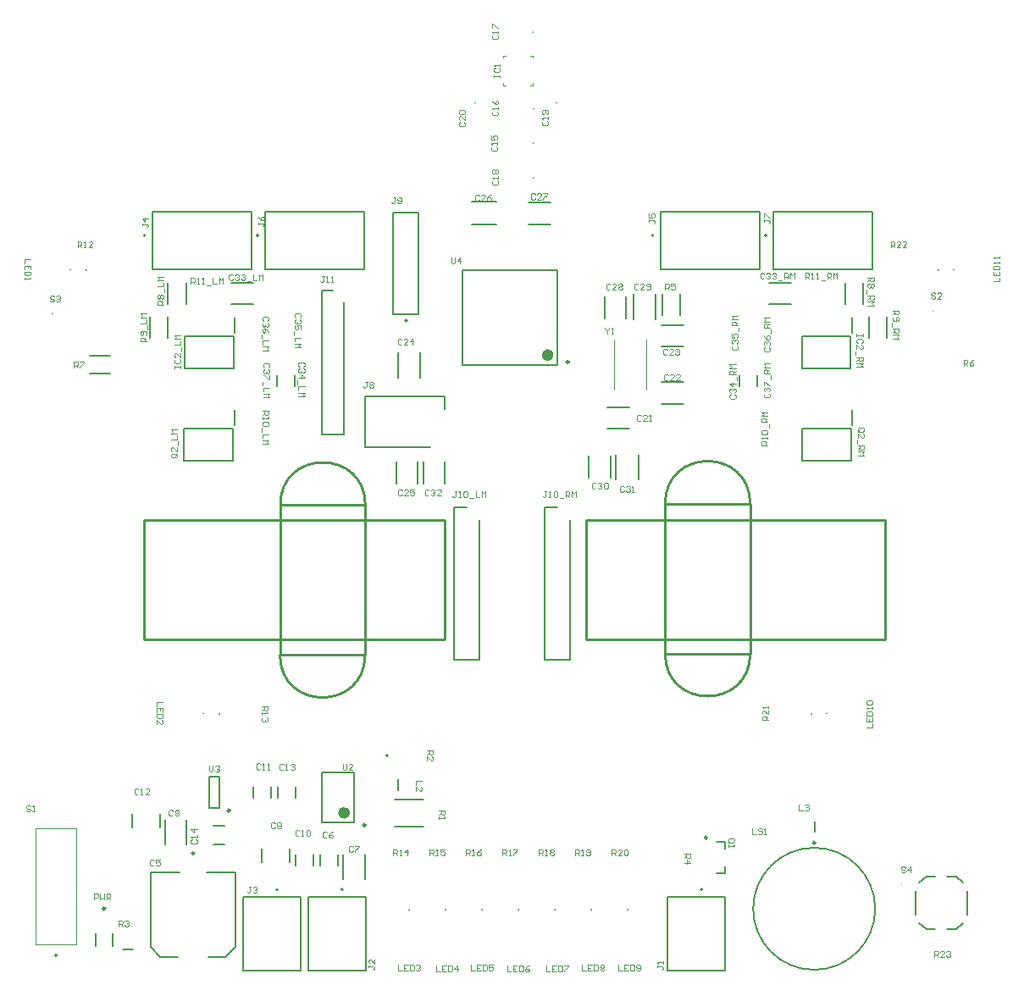
<source format=gto>
G04*
G04 #@! TF.GenerationSoftware,Altium Limited,Altium Designer,22.1.2 (22)*
G04*
G04 Layer_Color=65535*
%FSLAX44Y44*%
%MOMM*%
G71*
G04*
G04 #@! TF.SameCoordinates,E4277ABF-2EF0-4229-B20A-5B57AAE43606*
G04*
G04*
G04 #@! TF.FilePolarity,Positive*
G04*
G01*
G75*
%ADD10C,0.2500*%
%ADD11C,0.6000*%
%ADD12C,0.2000*%
%ADD13C,0.1000*%
%ADD14C,0.1500*%
%ADD15C,0.2540*%
%ADD16C,0.1270*%
D10*
X53750Y-482500D02*
G03*
X53750Y-482500I-1250J0D01*
G01*
X192250Y-958000D02*
G03*
X192250Y-958000I-1250J0D01*
G01*
X-285000Y-930750D02*
G03*
X-285000Y-930750I-1250J0D01*
G01*
X-149500Y-945300D02*
G03*
X-149500Y-945300I-1250J0D01*
G01*
X-320750Y-973400D02*
G03*
X-320750Y-973400I-1250J0D01*
G01*
X300250Y-963000D02*
G03*
X300250Y-963000I-1250J0D01*
G01*
X-409750Y-1028750D02*
G03*
X-409750Y-1028750I-1250J0D01*
G01*
D11*
X35500Y-475500D02*
G03*
X35500Y-475500I-3000J0D01*
G01*
X-168000Y-933000D02*
G03*
X-168000Y-933000I-3000J0D01*
G01*
D12*
X296478Y-834250D02*
G03*
X296478Y-834250I-500J0D01*
G01*
X251523Y-356000D02*
G03*
X251523Y-356000I-1000J0D01*
G01*
X138500D02*
G03*
X138500Y-356000I-1000J0D01*
G01*
X-256478D02*
G03*
X-256478Y-356000I-1000J0D01*
G01*
X-369500D02*
G03*
X-369500Y-356000I-1000J0D01*
G01*
X-40045Y-223272D02*
G03*
X-40045Y-223272I-500J0D01*
G01*
X41500D02*
G03*
X41500Y-223272I-500J0D01*
G01*
X18227Y-152727D02*
G03*
X18227Y-152727I-500J0D01*
G01*
Y-298272D02*
G03*
X18227Y-298272I-500J0D01*
G01*
Y-263545D02*
G03*
X18227Y-263545I-500J0D01*
G01*
Y-229272D02*
G03*
X18227Y-229272I-500J0D01*
G01*
X-295478Y-834250D02*
G03*
X-295478Y-834250I-500J0D01*
G01*
X-128250Y-875000D02*
G03*
X-128250Y-877000I0J-1000D01*
G01*
D02*
G03*
X-128250Y-875000I0J1000D01*
G01*
X-172000Y-1009750D02*
G03*
X-172000Y-1009750I-1000J0D01*
G01*
X187250D02*
G03*
X187250Y-1009750I-1000J0D01*
G01*
X-236977D02*
G03*
X-236977Y-1009750I-1000J0D01*
G01*
X-459000Y-1076500D02*
G03*
X-459000Y-1074500I0J1000D01*
G01*
D02*
G03*
X-459000Y-1076500I0J-1000D01*
G01*
X-108000Y-441000D02*
G03*
X-108000Y-441000I-1000J0D01*
G01*
X423478Y-390250D02*
G03*
X423478Y-390250I-500J0D01*
G01*
X112700Y-1029977D02*
G03*
X112700Y-1029977I-500J0D01*
G01*
X76300D02*
G03*
X76300Y-1029977I-500J0D01*
G01*
X39900D02*
G03*
X39900Y-1029977I-500J0D01*
G01*
X3500D02*
G03*
X3500Y-1029977I-500J0D01*
G01*
X-32900D02*
G03*
X-32900Y-1029977I-500J0D01*
G01*
X-69300D02*
G03*
X-69300Y-1029977I-500J0D01*
G01*
X-105700D02*
G03*
X-105700Y-1029977I-500J0D01*
G01*
X-428478Y-390250D02*
G03*
X-428478Y-390250I-500J0D01*
G01*
X42500Y-485500D02*
Y-390500D01*
X-52500Y-485500D02*
Y-390500D01*
Y-485500D02*
X42500D01*
X-52500Y-390500D02*
X42500D01*
X-43531Y-322250D02*
X-18469D01*
X-43531Y-344750D02*
X-18469D01*
X13500D02*
X35500D01*
X13500Y-323250D02*
X35500D01*
X201500Y-962500D02*
X209500D01*
Y-969000D02*
Y-962500D01*
X201500Y-993500D02*
X209500D01*
Y-987000D01*
X354000Y-458562D02*
Y-437500D01*
X372000Y-458562D02*
Y-437500D01*
X330000Y-424531D02*
Y-403469D01*
X348000Y-424531D02*
Y-403469D01*
X254000Y-403250D02*
X276000D01*
X254000Y-424750D02*
X276000D01*
X242000Y-506500D02*
Y-495500D01*
X224000Y-506500D02*
Y-495500D01*
X-280200Y-453500D02*
Y-438250D01*
X-330500Y-457000D02*
X-281500D01*
X-330500Y-489000D02*
Y-457000D01*
Y-489000D02*
X-281500D01*
Y-457000D01*
X-365000Y-458562D02*
Y-437500D01*
X-347000Y-458562D02*
Y-437500D01*
X-329000Y-424531D02*
Y-403469D01*
X-347000Y-424531D02*
Y-403469D01*
X-284000Y-424750D02*
X-262000D01*
X-284000Y-403250D02*
X-262000D01*
X-220250Y-506500D02*
Y-495500D01*
X-238250Y-506500D02*
Y-495500D01*
X-281750Y-581000D02*
Y-549000D01*
X-330750Y-581000D02*
X-281750D01*
X-330750D02*
Y-549000D01*
X-281750D01*
X-280450Y-545500D02*
Y-530500D01*
X336800Y-453500D02*
Y-438250D01*
X286500Y-457000D02*
X335500D01*
X286500Y-489000D02*
Y-457000D01*
Y-489000D02*
X335500D01*
Y-457000D01*
X335750Y-581000D02*
Y-549000D01*
X286750Y-581000D02*
X335750D01*
X286750D02*
Y-549000D01*
X335750D01*
X337050Y-545500D02*
Y-530500D01*
X-120479Y-919500D02*
X-91521D01*
X-120479Y-946500D02*
X-91521D01*
X-117291Y-910273D02*
Y-899773D01*
X-301500Y-964250D02*
X-290500D01*
X-301500Y-946250D02*
X-290500D01*
X-328250Y-964250D02*
Y-940129D01*
X-349750Y-964250D02*
Y-940129D01*
X-355000Y-948000D02*
Y-934000D01*
X-383000Y-948000D02*
Y-934000D01*
X-261977Y-918250D02*
Y-907250D01*
X-243977Y-918250D02*
Y-907250D01*
X-237000Y-918250D02*
Y-907250D01*
X-219000Y-918250D02*
Y-907250D01*
X-306000Y-928000D02*
Y-897000D01*
X-296000Y-928000D02*
Y-897000D01*
X-306000D02*
X-296000D01*
X-306000Y-928000D02*
X-296000D01*
X-225000Y-982811D02*
Y-968811D01*
X-253000Y-982811D02*
Y-968811D01*
X-150250Y-999061D02*
Y-974939D01*
X-171750Y-999061D02*
Y-974939D01*
X-219250Y-985561D02*
Y-974560D01*
X-201250Y-985561D02*
Y-974560D01*
X-195000Y-985561D02*
Y-974560D01*
X-177000Y-985561D02*
Y-974560D01*
X-193000Y-893000D02*
X-161000D01*
X-193000Y-943000D02*
X-161000D01*
X-193000D02*
Y-893000D01*
X-161000Y-943000D02*
Y-893000D01*
X-289500Y-1077400D02*
X-279500Y-1067400D01*
X-364500D02*
X-354500Y-1077400D01*
X-337000D01*
X-307000D02*
X-289500D01*
X-279500Y-1067400D02*
Y-992400D01*
X-364500Y-1067400D02*
Y-992400D01*
X-308250D02*
X-279500D01*
X-364500D02*
X-335750D01*
X400000Y-1035000D02*
Y-1011000D01*
X452000Y-1035000D02*
Y-1011000D01*
X404000Y-1003000D02*
X411000Y-997000D01*
X420000D01*
X432000D02*
X441000D01*
X448000Y-1003000D01*
X404000Y-1043000D02*
X411000Y-1049000D01*
X420000D01*
X441000D02*
X448000Y-1043000D01*
X432000Y-1049000D02*
X441000D01*
X92500Y-549045D02*
X114500D01*
X92500Y-527545D02*
X114500D01*
X147000Y-435562D02*
Y-414500D01*
X165000Y-435562D02*
Y-414500D01*
X140625Y-439562D02*
Y-414500D01*
X118125Y-439562D02*
Y-414500D01*
X89250Y-438500D02*
Y-416500D01*
X110750Y-438500D02*
Y-416500D01*
X-425531Y-493772D02*
X-404469D01*
X-425531Y-475773D02*
X-404469D01*
X146772Y-524272D02*
X168773D01*
X146772Y-502773D02*
X168773D01*
X146772Y-466772D02*
X168773D01*
X146772Y-445273D02*
X168773D01*
X-118750Y-604000D02*
Y-582000D01*
X-97250Y-604000D02*
Y-582000D01*
X123250Y-600000D02*
Y-574938D01*
X100750Y-600000D02*
Y-574938D01*
X-91917Y-604000D02*
Y-582000D01*
X-70417Y-604000D02*
Y-582000D01*
X73917Y-598000D02*
Y-576000D01*
X95416Y-598000D02*
Y-576000D01*
X54700Y-779900D02*
Y-640200D01*
X29300Y-779900D02*
X54700D01*
X29300D02*
Y-627500D01*
X42000D01*
X-35300Y-779900D02*
Y-640200D01*
X-60700Y-779900D02*
X-35300D01*
X-60700D02*
Y-627500D01*
X-48000D01*
X300000Y-952250D02*
Y-941750D01*
X-193000Y-411250D02*
X-182000D01*
X-193000Y-554750D02*
Y-411250D01*
Y-554750D02*
X-171000D01*
Y-423000D01*
X-392380Y-1069750D02*
X-381620D01*
X-419500Y-1066250D02*
Y-1053750D01*
X-402500Y-1066250D02*
Y-1053750D01*
X-94750Y-498172D02*
Y-473110D01*
X-117250Y-498172D02*
Y-473110D01*
X-70150Y-529600D02*
Y-516900D01*
X-149850D02*
X-70150D01*
X-149850Y-567700D02*
Y-516900D01*
Y-567700D02*
X-84600D01*
X-121700Y-434500D02*
X-96300D01*
X-121700Y-332900D02*
X-96300D01*
X-121700Y-434500D02*
Y-332900D01*
X-96300Y-434500D02*
Y-332900D01*
D13*
X311000Y-834000D02*
G03*
X312000Y-834000I500J0D01*
G01*
D02*
G03*
X311000Y-834000I-500J0D01*
G01*
X386000Y-1004500D02*
G03*
X387000Y-1004500I500J0D01*
G01*
D02*
G03*
X386000Y-1004500I-500J0D01*
G01*
X-463089Y-434000D02*
G03*
X-462089Y-434000I500J0D01*
G01*
D02*
G03*
X-463089Y-434000I-500J0D01*
G01*
X417380Y-432000D02*
G03*
X418380Y-432000I500J0D01*
G01*
D02*
G03*
X417380Y-432000I-500J0D01*
G01*
X439000Y-390000D02*
G03*
X438000Y-390000I-500J0D01*
G01*
D02*
G03*
X439000Y-390000I500J0D01*
G01*
X112622Y-1046000D02*
G03*
X112622Y-1045000I0J500D01*
G01*
D02*
G03*
X112622Y-1046000I0J-500D01*
G01*
X76169D02*
G03*
X76169Y-1045000I0J500D01*
G01*
D02*
G03*
X76169Y-1046000I0J-500D01*
G01*
X39716D02*
G03*
X39716Y-1045000I0J500D01*
G01*
D02*
G03*
X39716Y-1046000I0J-500D01*
G01*
X3264D02*
G03*
X3264Y-1045000I0J500D01*
G01*
D02*
G03*
X3264Y-1046000I0J-500D01*
G01*
X-33189D02*
G03*
X-33189Y-1045000I0J500D01*
G01*
D02*
G03*
X-33189Y-1046000I0J-500D01*
G01*
X-69642D02*
G03*
X-69642Y-1045000I0J500D01*
G01*
D02*
G03*
X-69642Y-1046000I0J-500D01*
G01*
X-106095D02*
G03*
X-106095Y-1045000I0J500D01*
G01*
D02*
G03*
X-106095Y-1046000I0J-500D01*
G01*
X-312000Y-834000D02*
G03*
X-311000Y-834000I500J0D01*
G01*
D02*
G03*
X-312000Y-834000I-500J0D01*
G01*
X-445000Y-390000D02*
G03*
X-444000Y-390000I500J0D01*
G01*
D02*
G03*
X-445000Y-390000I-500J0D01*
G01*
X-12000Y-178500D02*
Y-176000D01*
X-9500D01*
X-12000Y-206000D02*
Y-203500D01*
Y-206000D02*
X-9500D01*
X15500D02*
X18000D01*
Y-203500D01*
X15500Y-176000D02*
X18000D01*
Y-178500D02*
Y-176000D01*
X99000Y-509772D02*
Y-459772D01*
X131000Y-509772D02*
Y-459772D01*
X-479000Y-1064500D02*
Y-948500D01*
X-439000D01*
Y-1064500D02*
Y-948500D01*
X-479000Y-1064500D02*
X-439000D01*
X90001Y-448001D02*
Y-449001D01*
X92001Y-451000D01*
X94000Y-449001D01*
Y-448001D01*
X92001Y-451000D02*
Y-453999D01*
X95999D02*
X97999D01*
X96999D01*
Y-448001D01*
X95999Y-449001D01*
X-63998Y-378001D02*
Y-382999D01*
X-62999Y-383999D01*
X-60999D01*
X-60000Y-382999D01*
Y-378001D01*
X-55001Y-383999D02*
Y-378001D01*
X-58000Y-381000D01*
X-54002D01*
X-305998Y-886001D02*
Y-890999D01*
X-304999Y-891999D01*
X-302999D01*
X-302000Y-890999D01*
Y-886001D01*
X-300000Y-887001D02*
X-299001Y-886001D01*
X-297001D01*
X-296002Y-887001D01*
Y-888000D01*
X-297001Y-889000D01*
X-298001D01*
X-297001D01*
X-296002Y-890000D01*
Y-890999D01*
X-297001Y-891999D01*
X-299001D01*
X-300000Y-890999D01*
X-172248Y-884073D02*
Y-889072D01*
X-171249Y-890072D01*
X-169249D01*
X-168250Y-889072D01*
Y-884073D01*
X-162252Y-890072D02*
X-166250D01*
X-162252Y-886073D01*
Y-885073D01*
X-163251Y-884073D01*
X-165251D01*
X-166250Y-885073D01*
X390000Y-988001D02*
X389001Y-987001D01*
X387001D01*
X386002Y-988001D01*
Y-989000D01*
X387001Y-990000D01*
X389001D01*
X390000Y-991000D01*
Y-991999D01*
X389001Y-992999D01*
X387001D01*
X386002Y-991999D01*
X394999Y-992999D02*
Y-987001D01*
X392000Y-990000D01*
X395998D01*
X-461000Y-417001D02*
X-461999Y-416001D01*
X-463999D01*
X-464998Y-417001D01*
Y-418000D01*
X-463999Y-419000D01*
X-461999D01*
X-461000Y-420000D01*
Y-420999D01*
X-461999Y-421999D01*
X-463999D01*
X-464998Y-420999D01*
X-459000Y-417001D02*
X-458001Y-416001D01*
X-456001D01*
X-455002Y-417001D01*
Y-418000D01*
X-456001Y-419000D01*
X-457001D01*
X-456001D01*
X-455002Y-420000D01*
Y-420999D01*
X-456001Y-421999D01*
X-458001D01*
X-459000Y-420999D01*
X420000Y-414001D02*
X419001Y-413001D01*
X417001D01*
X416002Y-414001D01*
Y-415000D01*
X417001Y-416000D01*
X419001D01*
X420000Y-417000D01*
Y-417999D01*
X419001Y-418999D01*
X417001D01*
X416002Y-417999D01*
X425998Y-418999D02*
X422000D01*
X425998Y-415000D01*
Y-414001D01*
X424999Y-413001D01*
X422999D01*
X422000Y-414001D01*
X-484407Y-926904D02*
X-485407Y-925904D01*
X-487406D01*
X-488406Y-926904D01*
Y-927903D01*
X-487406Y-928903D01*
X-485407D01*
X-484407Y-929903D01*
Y-930902D01*
X-485407Y-931902D01*
X-487406D01*
X-488406Y-930902D01*
X-482408Y-931902D02*
X-480409D01*
X-481408D01*
Y-925904D01*
X-482408Y-926904D01*
X419003Y-1076999D02*
Y-1071001D01*
X422002D01*
X423001Y-1072001D01*
Y-1074000D01*
X422002Y-1075000D01*
X419003D01*
X421002D02*
X423001Y-1076999D01*
X428999D02*
X425001D01*
X428999Y-1073000D01*
Y-1072001D01*
X428000Y-1071001D01*
X426000D01*
X425001Y-1072001D01*
X430999D02*
X431998Y-1071001D01*
X433998D01*
X434997Y-1072001D01*
Y-1073000D01*
X433998Y-1074000D01*
X432998D01*
X433998D01*
X434997Y-1075000D01*
Y-1075999D01*
X433998Y-1076999D01*
X431998D01*
X430999Y-1075999D01*
X375448Y-367676D02*
Y-361678D01*
X378447D01*
X379447Y-362677D01*
Y-364677D01*
X378447Y-365676D01*
X375448D01*
X377447D02*
X379447Y-367676D01*
X385445D02*
X381446D01*
X385445Y-363677D01*
Y-362677D01*
X384445Y-361678D01*
X382446D01*
X381446Y-362677D01*
X391443Y-367676D02*
X387444D01*
X391443Y-363677D01*
Y-362677D01*
X390443Y-361678D01*
X388444D01*
X387444Y-362677D01*
X252999Y-840498D02*
X247001D01*
Y-837499D01*
X248001Y-836499D01*
X250000D01*
X251000Y-837499D01*
Y-840498D01*
Y-838498D02*
X252999Y-836499D01*
Y-830501D02*
Y-834500D01*
X249000Y-830501D01*
X248001D01*
X247001Y-831501D01*
Y-833500D01*
X248001Y-834500D01*
X252999Y-828502D02*
Y-826502D01*
Y-827502D01*
X247001D01*
X248001Y-828502D01*
X96810Y-975360D02*
Y-969362D01*
X99809D01*
X100809Y-970362D01*
Y-972361D01*
X99809Y-973361D01*
X96810D01*
X98809D02*
X100809Y-975360D01*
X106807D02*
X102808D01*
X106807Y-971361D01*
Y-970362D01*
X105807Y-969362D01*
X103808D01*
X102808Y-970362D01*
X108806D02*
X109806Y-969362D01*
X111805D01*
X112805Y-970362D01*
Y-974360D01*
X111805Y-975360D01*
X109806D01*
X108806Y-974360D01*
Y-970362D01*
X60234Y-975360D02*
Y-969362D01*
X63233D01*
X64233Y-970362D01*
Y-972361D01*
X63233Y-973361D01*
X60234D01*
X62233D02*
X64233Y-975360D01*
X66232D02*
X68231D01*
X67232D01*
Y-969362D01*
X66232Y-970362D01*
X71230Y-974360D02*
X72230Y-975360D01*
X74229D01*
X75229Y-974360D01*
Y-970362D01*
X74229Y-969362D01*
X72230D01*
X71230Y-970362D01*
Y-971361D01*
X72230Y-972361D01*
X75229D01*
X23912Y-975360D02*
Y-969362D01*
X26911D01*
X27911Y-970362D01*
Y-972361D01*
X26911Y-973361D01*
X23912D01*
X25911D02*
X27911Y-975360D01*
X29910D02*
X31909D01*
X30910D01*
Y-969362D01*
X29910Y-970362D01*
X34908D02*
X35908Y-969362D01*
X37907D01*
X38907Y-970362D01*
Y-971361D01*
X37907Y-972361D01*
X38907Y-973361D01*
Y-974360D01*
X37907Y-975360D01*
X35908D01*
X34908Y-974360D01*
Y-973361D01*
X35908Y-972361D01*
X34908Y-971361D01*
Y-970362D01*
X35908Y-972361D02*
X37907D01*
X-12410Y-975360D02*
Y-969362D01*
X-9411D01*
X-8411Y-970362D01*
Y-972361D01*
X-9411Y-973361D01*
X-12410D01*
X-10411D02*
X-8411Y-975360D01*
X-6412D02*
X-4413D01*
X-5412D01*
Y-969362D01*
X-6412Y-970362D01*
X-1414Y-969362D02*
X2585D01*
Y-970362D01*
X-1414Y-974360D01*
Y-975360D01*
X-48986D02*
Y-969362D01*
X-45987D01*
X-44987Y-970362D01*
Y-972361D01*
X-45987Y-973361D01*
X-48986D01*
X-46987D02*
X-44987Y-975360D01*
X-42988D02*
X-40989D01*
X-41988D01*
Y-969362D01*
X-42988Y-970362D01*
X-33991Y-969362D02*
X-35990Y-970362D01*
X-37990Y-972361D01*
Y-974360D01*
X-36990Y-975360D01*
X-34991D01*
X-33991Y-974360D01*
Y-973361D01*
X-34991Y-972361D01*
X-37990D01*
X-85308Y-975360D02*
Y-969362D01*
X-82309D01*
X-81309Y-970362D01*
Y-972361D01*
X-82309Y-973361D01*
X-85308D01*
X-83309D02*
X-81309Y-975360D01*
X-79310D02*
X-77311D01*
X-78310D01*
Y-969362D01*
X-79310Y-970362D01*
X-70313Y-969362D02*
X-74312D01*
Y-972361D01*
X-72312Y-971361D01*
X-71313D01*
X-70313Y-972361D01*
Y-974360D01*
X-71313Y-975360D01*
X-73312D01*
X-74312Y-974360D01*
X-121630Y-975360D02*
Y-969362D01*
X-118631D01*
X-117631Y-970362D01*
Y-972361D01*
X-118631Y-973361D01*
X-121630D01*
X-119631D02*
X-117631Y-975360D01*
X-115632D02*
X-113633D01*
X-114632D01*
Y-969362D01*
X-115632Y-970362D01*
X-107635Y-975360D02*
Y-969362D01*
X-110634Y-972361D01*
X-106635D01*
X-252999Y-826805D02*
X-247001D01*
Y-829804D01*
X-248001Y-830804D01*
X-250000D01*
X-251000Y-829804D01*
Y-826805D01*
Y-828804D02*
X-252999Y-830804D01*
Y-832803D02*
Y-834803D01*
Y-833803D01*
X-247001D01*
X-248001Y-832803D01*
Y-837802D02*
X-247001Y-838801D01*
Y-840801D01*
X-248001Y-841800D01*
X-249000D01*
X-250000Y-840801D01*
Y-839801D01*
Y-840801D01*
X-251000Y-841800D01*
X-251999D01*
X-252999Y-840801D01*
Y-838801D01*
X-251999Y-837802D01*
X-437352Y-367788D02*
Y-361790D01*
X-434353D01*
X-433353Y-362790D01*
Y-364789D01*
X-434353Y-365789D01*
X-437352D01*
X-435353D02*
X-433353Y-367788D01*
X-431354D02*
X-429355D01*
X-430354D01*
Y-361790D01*
X-431354Y-362790D01*
X-422357Y-367788D02*
X-426356D01*
X-422357Y-363789D01*
Y-362790D01*
X-423357Y-361790D01*
X-425356D01*
X-426356Y-362790D01*
X290005Y-399499D02*
Y-393501D01*
X293004D01*
X294004Y-394501D01*
Y-396500D01*
X293004Y-397500D01*
X290005D01*
X292005D02*
X294004Y-399499D01*
X296003D02*
X298003D01*
X297003D01*
Y-393501D01*
X296003Y-394501D01*
X301002Y-399499D02*
X303001D01*
X302001D01*
Y-393501D01*
X301002Y-394501D01*
X306000Y-400499D02*
X309999D01*
X311998Y-399499D02*
Y-393501D01*
X314997D01*
X315997Y-394501D01*
Y-396500D01*
X314997Y-397500D01*
X311998D01*
X313997D02*
X315997Y-399499D01*
X317996D02*
Y-393501D01*
X319995Y-395500D01*
X321995Y-393501D01*
Y-399499D01*
X-323995Y-404499D02*
Y-398501D01*
X-320996D01*
X-319996Y-399501D01*
Y-401500D01*
X-320996Y-402500D01*
X-323995D01*
X-321995D02*
X-319996Y-404499D01*
X-317997D02*
X-315997D01*
X-316997D01*
Y-398501D01*
X-317997Y-399501D01*
X-312998Y-404499D02*
X-310999D01*
X-311999D01*
Y-398501D01*
X-312998Y-399501D01*
X-308000Y-405499D02*
X-304001D01*
X-302002Y-398501D02*
Y-404499D01*
X-298003D01*
X-296004D02*
Y-398501D01*
X-294004Y-400500D01*
X-292005Y-398501D01*
Y-404499D01*
X252499Y-565495D02*
X246501D01*
Y-562496D01*
X247501Y-561496D01*
X249500D01*
X250500Y-562496D01*
Y-565495D01*
Y-563495D02*
X252499Y-561496D01*
Y-559497D02*
Y-557497D01*
Y-558497D01*
X246501D01*
X247501Y-559497D01*
Y-554498D02*
X246501Y-553498D01*
Y-551499D01*
X247501Y-550499D01*
X251500D01*
X252499Y-551499D01*
Y-553498D01*
X251500Y-554498D01*
X247501D01*
X253499Y-548500D02*
Y-544501D01*
X252499Y-542502D02*
X246501D01*
Y-539503D01*
X247501Y-538503D01*
X249500D01*
X250500Y-539503D01*
Y-542502D01*
Y-540503D02*
X252499Y-538503D01*
Y-536504D02*
X246501D01*
X248500Y-534505D01*
X246501Y-532505D01*
X252499D01*
X-252499Y-531505D02*
X-246501D01*
Y-534504D01*
X-247501Y-535504D01*
X-249500D01*
X-250500Y-534504D01*
Y-531505D01*
Y-533505D02*
X-252499Y-535504D01*
Y-537503D02*
Y-539503D01*
Y-538503D01*
X-246501D01*
X-247501Y-537503D01*
Y-542502D02*
X-246501Y-543502D01*
Y-545501D01*
X-247501Y-546501D01*
X-251500D01*
X-252499Y-545501D01*
Y-543502D01*
X-251500Y-542502D01*
X-247501D01*
X-253499Y-548500D02*
Y-552499D01*
X-246501Y-554498D02*
X-252499D01*
Y-558497D01*
Y-560496D02*
X-246501D01*
X-248500Y-562495D01*
X-246501Y-564495D01*
X-252499D01*
X377501Y-431036D02*
X383499D01*
Y-434035D01*
X382499Y-435034D01*
X380500D01*
X379500Y-434035D01*
Y-431036D01*
Y-433035D02*
X377501Y-435034D01*
X378501Y-437034D02*
X377501Y-438033D01*
Y-440033D01*
X378501Y-441032D01*
X382499D01*
X383499Y-440033D01*
Y-438033D01*
X382499Y-437034D01*
X381499D01*
X380500Y-438033D01*
Y-441032D01*
X376501Y-443032D02*
Y-447030D01*
X377501Y-449030D02*
X383499D01*
Y-452029D01*
X382499Y-453028D01*
X380500D01*
X379500Y-452029D01*
Y-449030D01*
Y-451029D02*
X377501Y-453028D01*
Y-455028D02*
X383499D01*
X381499Y-457027D01*
X383499Y-459026D01*
X377501D01*
X-368501Y-461995D02*
X-374499D01*
Y-458996D01*
X-373499Y-457997D01*
X-371500D01*
X-370500Y-458996D01*
Y-461995D01*
Y-459996D02*
X-368501Y-457997D01*
X-369501Y-455997D02*
X-368501Y-454998D01*
Y-452998D01*
X-369501Y-451999D01*
X-373499D01*
X-374499Y-452998D01*
Y-454998D01*
X-373499Y-455997D01*
X-372500D01*
X-371500Y-454998D01*
Y-451999D01*
X-367501Y-449999D02*
Y-446001D01*
X-374499Y-444001D02*
X-368501D01*
Y-440003D01*
Y-438003D02*
X-374499D01*
X-372500Y-436004D01*
X-374499Y-434005D01*
X-368501D01*
X352501Y-398005D02*
X358499D01*
Y-401004D01*
X357499Y-402003D01*
X355500D01*
X354500Y-401004D01*
Y-398005D01*
Y-400004D02*
X352501Y-402003D01*
X357499Y-404003D02*
X358499Y-405002D01*
Y-407002D01*
X357499Y-408001D01*
X356499D01*
X355500Y-407002D01*
X354500Y-408001D01*
X353501D01*
X352501Y-407002D01*
Y-405002D01*
X353501Y-404003D01*
X354500D01*
X355500Y-405002D01*
X356499Y-404003D01*
X357499D01*
X355500Y-405002D02*
Y-407002D01*
X351501Y-410001D02*
Y-413999D01*
X352501Y-415999D02*
X358499D01*
Y-418998D01*
X357499Y-419997D01*
X355500D01*
X354500Y-418998D01*
Y-415999D01*
Y-417998D02*
X352501Y-419997D01*
Y-421997D02*
X358499D01*
X356499Y-423996D01*
X358499Y-425995D01*
X352501D01*
X-351501Y-424995D02*
X-357499D01*
Y-421996D01*
X-356499Y-420997D01*
X-354500D01*
X-353500Y-421996D01*
Y-424995D01*
Y-422996D02*
X-351501Y-420997D01*
X-356499Y-418997D02*
X-357499Y-417998D01*
Y-415998D01*
X-356499Y-414999D01*
X-355499D01*
X-354500Y-415998D01*
X-353500Y-414999D01*
X-352500D01*
X-351501Y-415998D01*
Y-417998D01*
X-352500Y-418997D01*
X-353500D01*
X-354500Y-417998D01*
X-355499Y-418997D01*
X-356499D01*
X-354500Y-417998D02*
Y-415998D01*
X-350501Y-412999D02*
Y-409001D01*
X-357499Y-407001D02*
X-351501D01*
Y-403003D01*
Y-401003D02*
X-357499D01*
X-355499Y-399004D01*
X-357499Y-397005D01*
X-351501D01*
X-440998Y-487999D02*
Y-482001D01*
X-437999D01*
X-437000Y-483001D01*
Y-485000D01*
X-437999Y-486000D01*
X-440998D01*
X-438999D02*
X-437000Y-487999D01*
X-435000Y-482001D02*
X-431002D01*
Y-483001D01*
X-435000Y-486999D01*
Y-487999D01*
X448252Y-485999D02*
Y-480001D01*
X451251D01*
X452250Y-481001D01*
Y-483000D01*
X451251Y-484000D01*
X448252D01*
X450251D02*
X452250Y-485999D01*
X458248Y-480001D02*
X456249Y-481001D01*
X454250Y-483000D01*
Y-484999D01*
X455249Y-485999D01*
X457249D01*
X458248Y-484999D01*
Y-484000D01*
X457249Y-483000D01*
X454250D01*
X150002Y-409999D02*
Y-404001D01*
X153001D01*
X154000Y-405001D01*
Y-407000D01*
X153001Y-408000D01*
X150002D01*
X152001D02*
X154000Y-409999D01*
X159998Y-404001D02*
X156000D01*
Y-407000D01*
X157999Y-406000D01*
X158999D01*
X159998Y-407000D01*
Y-408999D01*
X158999Y-409999D01*
X156999D01*
X156000Y-408999D01*
X169001Y-974002D02*
X174999D01*
Y-977001D01*
X173999Y-978000D01*
X172000D01*
X171000Y-977001D01*
Y-974002D01*
Y-976001D02*
X169001Y-978000D01*
Y-982999D02*
X174999D01*
X172000Y-980000D01*
Y-983998D01*
X-396204Y-1046480D02*
Y-1040482D01*
X-393205D01*
X-392205Y-1041482D01*
Y-1043481D01*
X-393205Y-1044481D01*
X-396204D01*
X-394205D02*
X-392205Y-1046480D01*
X-390206Y-1041482D02*
X-389206Y-1040482D01*
X-387207D01*
X-386207Y-1041482D01*
Y-1042481D01*
X-387207Y-1043481D01*
X-388207D01*
X-387207D01*
X-386207Y-1044481D01*
Y-1045480D01*
X-387207Y-1046480D01*
X-389206D01*
X-390206Y-1045480D01*
X-87999Y-871002D02*
X-82001D01*
Y-874001D01*
X-83001Y-875000D01*
X-85000D01*
X-86000Y-874001D01*
Y-871002D01*
Y-873001D02*
X-87999Y-875000D01*
Y-880998D02*
Y-877000D01*
X-84000Y-880998D01*
X-83001D01*
X-82001Y-879999D01*
Y-877999D01*
X-83001Y-877000D01*
X-75999Y-931001D02*
X-70001D01*
Y-934000D01*
X-71001Y-935000D01*
X-73000D01*
X-74000Y-934000D01*
Y-931001D01*
Y-933001D02*
X-75999Y-935000D01*
Y-936999D02*
Y-938999D01*
Y-937999D01*
X-70001D01*
X-71001Y-936999D01*
X343750Y-552003D02*
X347749D01*
X348749Y-551004D01*
Y-549004D01*
X347749Y-548005D01*
X343750D01*
X342751Y-549004D01*
Y-551004D01*
X344750Y-550004D02*
X342751Y-552003D01*
Y-551004D02*
X343750Y-552003D01*
X342751Y-558001D02*
Y-554003D01*
X346749Y-558001D01*
X347749D01*
X348749Y-557002D01*
Y-555002D01*
X347749Y-554003D01*
X341751Y-560001D02*
Y-563999D01*
X342751Y-565999D02*
X348749D01*
Y-568998D01*
X347749Y-569997D01*
X345750D01*
X344750Y-568998D01*
Y-565999D01*
Y-567998D02*
X342751Y-569997D01*
Y-571997D02*
X348749D01*
X346749Y-573996D01*
X348749Y-575995D01*
X342751D01*
X-338750Y-573997D02*
X-342749D01*
X-343749Y-574996D01*
Y-576996D01*
X-342749Y-577995D01*
X-338750D01*
X-337751Y-576996D01*
Y-574996D01*
X-339750Y-575996D02*
X-337751Y-573997D01*
Y-574996D02*
X-338750Y-573997D01*
X-337751Y-567999D02*
Y-571997D01*
X-341749Y-567999D01*
X-342749D01*
X-343749Y-568998D01*
Y-570998D01*
X-342749Y-571997D01*
X-336751Y-565999D02*
Y-562001D01*
X-343749Y-560001D02*
X-337751D01*
Y-556003D01*
Y-554003D02*
X-343749D01*
X-341749Y-552004D01*
X-343749Y-550005D01*
X-337751D01*
X214001Y-963000D02*
X217999D01*
X218999Y-962000D01*
Y-960001D01*
X217999Y-959001D01*
X214001D01*
X213001Y-960001D01*
Y-962000D01*
X215000Y-961001D02*
X213001Y-963000D01*
Y-962000D02*
X214001Y-963000D01*
X213001Y-964999D02*
Y-966999D01*
Y-965999D01*
X218999D01*
X217999Y-964999D01*
X-420588Y-1020064D02*
Y-1014066D01*
X-417589D01*
X-416589Y-1015066D01*
Y-1017065D01*
X-417589Y-1018065D01*
X-420588D01*
X-414590Y-1014066D02*
Y-1020064D01*
X-412591Y-1018065D01*
X-410591Y-1020064D01*
Y-1014066D01*
X-408592Y-1020064D02*
Y-1014066D01*
X-405593D01*
X-404593Y-1015066D01*
Y-1017065D01*
X-405593Y-1018065D01*
X-408592D01*
X-406592D02*
X-404593Y-1020064D01*
X237018Y-948534D02*
Y-954532D01*
X241017D01*
X247015Y-949534D02*
X246015Y-948534D01*
X244016D01*
X243016Y-949534D01*
Y-950533D01*
X244016Y-951533D01*
X246015D01*
X247015Y-952533D01*
Y-953532D01*
X246015Y-954532D01*
X244016D01*
X243016Y-953532D01*
X249014Y-954532D02*
X251014D01*
X250014D01*
Y-948534D01*
X249014Y-949534D01*
X478001Y-402023D02*
X483999D01*
Y-398024D01*
X478001Y-392026D02*
Y-396025D01*
X483999D01*
Y-392026D01*
X481000Y-396025D02*
Y-394026D01*
X478001Y-390027D02*
X483999D01*
Y-387028D01*
X482999Y-386028D01*
X479001D01*
X478001Y-387028D01*
Y-390027D01*
X483999Y-384029D02*
Y-382030D01*
Y-383029D01*
X478001D01*
X479001Y-384029D01*
X483999Y-379031D02*
Y-377031D01*
Y-378031D01*
X478001D01*
X479001Y-379031D01*
X351001Y-847570D02*
X356999D01*
Y-843571D01*
X351001Y-837573D02*
Y-841572D01*
X356999D01*
Y-837573D01*
X354000Y-841572D02*
Y-839573D01*
X351001Y-835574D02*
X356999D01*
Y-832575D01*
X355999Y-831575D01*
X352001D01*
X351001Y-832575D01*
Y-835574D01*
X356999Y-829576D02*
Y-827577D01*
Y-828576D01*
X351001D01*
X352001Y-829576D01*
Y-824578D02*
X351001Y-823578D01*
Y-821579D01*
X352001Y-820579D01*
X355999D01*
X356999Y-821579D01*
Y-823578D01*
X355999Y-824578D01*
X352001D01*
X103004Y-1085001D02*
Y-1090999D01*
X107002D01*
X113000Y-1085001D02*
X109002D01*
Y-1090999D01*
X113000D01*
X109002Y-1088000D02*
X111001D01*
X115000Y-1085001D02*
Y-1090999D01*
X117999D01*
X118998Y-1089999D01*
Y-1086001D01*
X117999Y-1085001D01*
X115000D01*
X120998Y-1089999D02*
X121997Y-1090999D01*
X123997D01*
X124996Y-1089999D01*
Y-1086001D01*
X123997Y-1085001D01*
X121997D01*
X120998Y-1086001D01*
Y-1087000D01*
X121997Y-1088000D01*
X124996D01*
X67004Y-1085001D02*
Y-1090999D01*
X71002D01*
X77000Y-1085001D02*
X73002D01*
Y-1090999D01*
X77000D01*
X73002Y-1088000D02*
X75001D01*
X79000Y-1085001D02*
Y-1090999D01*
X81999D01*
X82998Y-1089999D01*
Y-1086001D01*
X81999Y-1085001D01*
X79000D01*
X84998Y-1086001D02*
X85997Y-1085001D01*
X87997D01*
X88996Y-1086001D01*
Y-1087000D01*
X87997Y-1088000D01*
X88996Y-1089000D01*
Y-1089999D01*
X87997Y-1090999D01*
X85997D01*
X84998Y-1089999D01*
Y-1089000D01*
X85997Y-1088000D01*
X84998Y-1087000D01*
Y-1086001D01*
X85997Y-1088000D02*
X87997D01*
X31004Y-1086001D02*
Y-1091999D01*
X35002D01*
X41000Y-1086001D02*
X37002D01*
Y-1091999D01*
X41000D01*
X37002Y-1089000D02*
X39001D01*
X43000Y-1086001D02*
Y-1091999D01*
X45999D01*
X46998Y-1090999D01*
Y-1087001D01*
X45999Y-1086001D01*
X43000D01*
X48998D02*
X52996D01*
Y-1087001D01*
X48998Y-1090999D01*
Y-1091999D01*
X-7996Y-1086001D02*
Y-1091999D01*
X-3998D01*
X2000Y-1086001D02*
X-1998D01*
Y-1091999D01*
X2000D01*
X-1998Y-1089000D02*
X1D01*
X4000Y-1086001D02*
Y-1091999D01*
X6999D01*
X7998Y-1090999D01*
Y-1087001D01*
X6999Y-1086001D01*
X4000D01*
X13996D02*
X11997Y-1087001D01*
X9998Y-1089000D01*
Y-1090999D01*
X10997Y-1091999D01*
X12997D01*
X13996Y-1090999D01*
Y-1090000D01*
X12997Y-1089000D01*
X9998D01*
X-43996Y-1085001D02*
Y-1090999D01*
X-39998D01*
X-34000Y-1085001D02*
X-37998D01*
Y-1090999D01*
X-34000D01*
X-37998Y-1088000D02*
X-35999D01*
X-32000Y-1085001D02*
Y-1090999D01*
X-29001D01*
X-28002Y-1089999D01*
Y-1086001D01*
X-29001Y-1085001D01*
X-32000D01*
X-22004D02*
X-26002D01*
Y-1088000D01*
X-24003Y-1087000D01*
X-23003D01*
X-22004Y-1088000D01*
Y-1089999D01*
X-23003Y-1090999D01*
X-25003D01*
X-26002Y-1089999D01*
X-78996Y-1086001D02*
Y-1091999D01*
X-74998D01*
X-69000Y-1086001D02*
X-72998D01*
Y-1091999D01*
X-69000D01*
X-72998Y-1089000D02*
X-70999D01*
X-67000Y-1086001D02*
Y-1091999D01*
X-64001D01*
X-63002Y-1090999D01*
Y-1087001D01*
X-64001Y-1086001D01*
X-67000D01*
X-58003Y-1091999D02*
Y-1086001D01*
X-61002Y-1089000D01*
X-57003D01*
X-116996Y-1085001D02*
Y-1090999D01*
X-112998D01*
X-107000Y-1085001D02*
X-110998D01*
Y-1090999D01*
X-107000D01*
X-110998Y-1088000D02*
X-108999D01*
X-105000Y-1085001D02*
Y-1090999D01*
X-102001D01*
X-101002Y-1089999D01*
Y-1086001D01*
X-102001Y-1085001D01*
X-105000D01*
X-99002Y-1086001D02*
X-98003Y-1085001D01*
X-96003D01*
X-95003Y-1086001D01*
Y-1087000D01*
X-96003Y-1088000D01*
X-97003D01*
X-96003D01*
X-95003Y-1089000D01*
Y-1089999D01*
X-96003Y-1090999D01*
X-98003D01*
X-99002Y-1089999D01*
X-352001Y-822551D02*
X-357999D01*
Y-826550D01*
X-352001Y-832548D02*
Y-828549D01*
X-357999D01*
Y-832548D01*
X-355000Y-828549D02*
Y-830548D01*
X-352001Y-834547D02*
X-357999D01*
Y-837546D01*
X-356999Y-838546D01*
X-353001D01*
X-352001Y-837546D01*
Y-834547D01*
X-357999Y-844544D02*
Y-840545D01*
X-354000Y-844544D01*
X-353001D01*
X-352001Y-843544D01*
Y-841545D01*
X-353001Y-840545D01*
X-484001Y-380003D02*
X-489999D01*
Y-384002D01*
X-484001Y-390000D02*
Y-386001D01*
X-489999D01*
Y-390000D01*
X-487000Y-386001D02*
Y-388001D01*
X-484001Y-391999D02*
X-489999D01*
Y-394998D01*
X-488999Y-395998D01*
X-485001D01*
X-484001Y-394998D01*
Y-391999D01*
X-489999Y-397997D02*
Y-399997D01*
Y-398997D01*
X-484001D01*
X-485001Y-397997D01*
X283500Y-924658D02*
Y-930656D01*
X287499D01*
X289498Y-925658D02*
X290498Y-924658D01*
X292497D01*
X293497Y-925658D01*
Y-926657D01*
X292497Y-927657D01*
X291497D01*
X292497D01*
X293497Y-928657D01*
Y-929656D01*
X292497Y-930656D01*
X290498D01*
X289498Y-929656D01*
X-93292Y-901002D02*
X-99290D01*
Y-905000D01*
Y-910998D02*
Y-907000D01*
X-95291Y-910998D01*
X-94291D01*
X-93292Y-909999D01*
Y-907999D01*
X-94291Y-907000D01*
X-190783Y-396338D02*
X-192783D01*
X-191783D01*
Y-401336D01*
X-192783Y-402336D01*
X-193782D01*
X-194782Y-401336D01*
X-188784Y-402336D02*
X-186785D01*
X-187784D01*
Y-396338D01*
X-188784Y-397338D01*
X-183786Y-402336D02*
X-181786D01*
X-182786D01*
Y-396338D01*
X-183786Y-397338D01*
X31467Y-611730D02*
X29467D01*
X30467D01*
Y-616728D01*
X29467Y-617728D01*
X28468D01*
X27468Y-616728D01*
X33466Y-617728D02*
X35465D01*
X34466D01*
Y-611730D01*
X33466Y-612730D01*
X38464D02*
X39464Y-611730D01*
X41463D01*
X42463Y-612730D01*
Y-616728D01*
X41463Y-617728D01*
X39464D01*
X38464Y-616728D01*
Y-612730D01*
X44462Y-618728D02*
X48461D01*
X50461Y-617728D02*
Y-611730D01*
X53460D01*
X54459Y-612730D01*
Y-614729D01*
X53460Y-615729D01*
X50461D01*
X52460D02*
X54459Y-617728D01*
X56459D02*
Y-611730D01*
X58458Y-613729D01*
X60457Y-611730D01*
Y-617728D01*
X-58449Y-611622D02*
X-60449D01*
X-59449D01*
Y-616620D01*
X-60449Y-617620D01*
X-61448D01*
X-62448Y-616620D01*
X-56450Y-617620D02*
X-54451D01*
X-55450D01*
Y-611622D01*
X-56450Y-612622D01*
X-51452D02*
X-50452Y-611622D01*
X-48453D01*
X-47453Y-612622D01*
Y-616620D01*
X-48453Y-617620D01*
X-50452D01*
X-51452Y-616620D01*
Y-612622D01*
X-45454Y-618620D02*
X-41455D01*
X-39455Y-611622D02*
Y-617620D01*
X-35457D01*
X-33457D02*
Y-611622D01*
X-31458Y-613621D01*
X-29459Y-611622D01*
Y-617620D01*
X-119409Y-318106D02*
X-121409D01*
X-120409D01*
Y-323104D01*
X-121409Y-324104D01*
X-122408D01*
X-123408Y-323104D01*
X-117410D02*
X-116410Y-324104D01*
X-114411D01*
X-113411Y-323104D01*
Y-319106D01*
X-114411Y-318106D01*
X-116410D01*
X-117410Y-319106D01*
Y-320105D01*
X-116410Y-321105D01*
X-113411D01*
X-147603Y-502002D02*
X-149603D01*
X-148603D01*
Y-507000D01*
X-149603Y-508000D01*
X-150602D01*
X-151602Y-507000D01*
X-145604Y-503002D02*
X-144604Y-502002D01*
X-142605D01*
X-141605Y-503002D01*
Y-504001D01*
X-142605Y-505001D01*
X-141605Y-506001D01*
Y-507000D01*
X-142605Y-508000D01*
X-144604D01*
X-145604Y-507000D01*
Y-506001D01*
X-144604Y-505001D01*
X-145604Y-504001D01*
Y-503002D01*
X-144604Y-505001D02*
X-142605D01*
X249001Y-340000D02*
Y-341999D01*
Y-340999D01*
X253999D01*
X254999Y-341999D01*
Y-342999D01*
X253999Y-343998D01*
X249001Y-338000D02*
Y-334002D01*
X250001D01*
X253999Y-338000D01*
X254999D01*
X-256999Y-343000D02*
Y-344999D01*
Y-343999D01*
X-252001D01*
X-251001Y-344999D01*
Y-345999D01*
X-252001Y-346998D01*
X-256999Y-337002D02*
X-255999Y-339001D01*
X-254000Y-341000D01*
X-252001D01*
X-251001Y-340001D01*
Y-338001D01*
X-252001Y-337002D01*
X-253000D01*
X-254000Y-338001D01*
Y-341000D01*
X134001Y-340000D02*
Y-341999D01*
Y-340999D01*
X138999D01*
X139999Y-341999D01*
Y-342999D01*
X138999Y-343998D01*
X134001Y-334002D02*
Y-338000D01*
X137000D01*
X136000Y-336001D01*
Y-335001D01*
X137000Y-334002D01*
X138999D01*
X139999Y-335001D01*
Y-337001D01*
X138999Y-338000D01*
X-372999Y-344000D02*
Y-345999D01*
Y-344999D01*
X-368001D01*
X-367001Y-345999D01*
Y-346999D01*
X-368001Y-347998D01*
X-367001Y-339001D02*
X-372999D01*
X-370000Y-342000D01*
Y-338002D01*
X-264000Y-1007001D02*
X-265999D01*
X-264999D01*
Y-1011999D01*
X-265999Y-1012999D01*
X-266999D01*
X-267998Y-1011999D01*
X-262000Y-1008001D02*
X-261001Y-1007001D01*
X-259001D01*
X-258002Y-1008001D01*
Y-1009000D01*
X-259001Y-1010000D01*
X-260001D01*
X-259001D01*
X-258002Y-1011000D01*
Y-1011999D01*
X-259001Y-1012999D01*
X-261001D01*
X-262000Y-1011999D01*
X-146250Y-1085650D02*
Y-1087649D01*
Y-1086649D01*
X-141252D01*
X-140252Y-1087649D01*
Y-1088649D01*
X-141252Y-1089648D01*
X-140252Y-1079652D02*
Y-1083650D01*
X-144251Y-1079652D01*
X-145251D01*
X-146250Y-1080651D01*
Y-1082651D01*
X-145251Y-1083650D01*
X142251Y-1085650D02*
Y-1087649D01*
Y-1086650D01*
X147249D01*
X148249Y-1087649D01*
Y-1088649D01*
X147249Y-1089649D01*
X148249Y-1083651D02*
Y-1081651D01*
Y-1082651D01*
X142251D01*
X143251Y-1083651D01*
X347499Y-454505D02*
Y-456505D01*
Y-455505D01*
X341501D01*
Y-454505D01*
Y-456505D01*
X346499Y-463502D02*
X347499Y-462503D01*
Y-460503D01*
X346499Y-459504D01*
X342500D01*
X341501Y-460503D01*
Y-462503D01*
X342500Y-463502D01*
X341501Y-469501D02*
Y-465502D01*
X345499Y-469501D01*
X346499D01*
X347499Y-468501D01*
Y-466502D01*
X346499Y-465502D01*
X340501Y-471500D02*
Y-475499D01*
X341501Y-477498D02*
X347499D01*
Y-480497D01*
X346499Y-481497D01*
X344500D01*
X343500Y-480497D01*
Y-477498D01*
Y-479497D02*
X341501Y-481497D01*
Y-483496D02*
X347499D01*
X345499Y-485495D01*
X347499Y-487495D01*
X341501D01*
X-340499Y-488495D02*
Y-486495D01*
Y-487495D01*
X-334501D01*
Y-488495D01*
Y-486495D01*
X-339499Y-479498D02*
X-340499Y-480497D01*
Y-482497D01*
X-339499Y-483496D01*
X-335500D01*
X-334501Y-482497D01*
Y-480497D01*
X-335500Y-479498D01*
X-334501Y-473499D02*
Y-477498D01*
X-338499Y-473499D01*
X-339499D01*
X-340499Y-474499D01*
Y-476498D01*
X-339499Y-477498D01*
X-333501Y-471500D02*
Y-467501D01*
X-340499Y-465502D02*
X-334501D01*
Y-461503D01*
Y-459504D02*
X-340499D01*
X-338499Y-457505D01*
X-340499Y-455505D01*
X-334501D01*
X-20999Y-197498D02*
Y-195499D01*
Y-196498D01*
X-15001D01*
Y-197498D01*
Y-195499D01*
X-19999Y-188501D02*
X-20999Y-189501D01*
Y-191500D01*
X-19999Y-192500D01*
X-16001D01*
X-15001Y-191500D01*
Y-189501D01*
X-16001Y-188501D01*
X-15001Y-186502D02*
Y-184502D01*
Y-185502D01*
X-20999D01*
X-19999Y-186502D01*
X249501Y-513996D02*
X248501Y-514995D01*
Y-516995D01*
X249501Y-517994D01*
X253500D01*
X254499Y-516995D01*
Y-514995D01*
X253500Y-513996D01*
X249501Y-511996D02*
X248501Y-510997D01*
Y-508997D01*
X249501Y-507998D01*
X250501D01*
X251500Y-508997D01*
Y-509997D01*
Y-508997D01*
X252500Y-507998D01*
X253500D01*
X254499Y-508997D01*
Y-510997D01*
X253500Y-511996D01*
X248501Y-505998D02*
Y-502000D01*
X249501D01*
X253500Y-505998D01*
X254499D01*
X255499Y-500000D02*
Y-496002D01*
X254499Y-494002D02*
X248501D01*
Y-491003D01*
X249501Y-490004D01*
X251500D01*
X252500Y-491003D01*
Y-494002D01*
Y-492003D02*
X254499Y-490004D01*
Y-488004D02*
X248501D01*
X250501Y-486005D01*
X248501Y-484006D01*
X254499D01*
X-246501Y-488004D02*
X-245501Y-487005D01*
Y-485005D01*
X-246501Y-484006D01*
X-250499D01*
X-251499Y-485005D01*
Y-487005D01*
X-250499Y-488004D01*
X-246501Y-490004D02*
X-245501Y-491003D01*
Y-493003D01*
X-246501Y-494002D01*
X-247500D01*
X-248500Y-493003D01*
Y-492003D01*
Y-493003D01*
X-249500Y-494002D01*
X-250499D01*
X-251499Y-493003D01*
Y-491003D01*
X-250499Y-490004D01*
X-245501Y-496002D02*
Y-500000D01*
X-246501D01*
X-250499Y-496002D01*
X-251499D01*
X-252499Y-502000D02*
Y-505998D01*
X-245501Y-507998D02*
X-251499D01*
Y-511996D01*
Y-513996D02*
X-245501D01*
X-247500Y-515995D01*
X-245501Y-517994D01*
X-251499D01*
X249501Y-467996D02*
X248501Y-468996D01*
Y-470995D01*
X249501Y-471995D01*
X253500D01*
X254499Y-470995D01*
Y-468996D01*
X253500Y-467996D01*
X249501Y-465996D02*
X248501Y-464997D01*
Y-462997D01*
X249501Y-461998D01*
X250501D01*
X251500Y-462997D01*
Y-463997D01*
Y-462997D01*
X252500Y-461998D01*
X253500D01*
X254499Y-462997D01*
Y-464997D01*
X253500Y-465996D01*
X248501Y-456000D02*
X249501Y-457999D01*
X251500Y-459998D01*
X253500D01*
X254499Y-458999D01*
Y-456999D01*
X253500Y-456000D01*
X252500D01*
X251500Y-456999D01*
Y-459998D01*
X255499Y-454000D02*
Y-450002D01*
X254499Y-448002D02*
X248501D01*
Y-445003D01*
X249501Y-444004D01*
X251500D01*
X252500Y-445003D01*
Y-448002D01*
Y-446003D02*
X254499Y-444004D01*
Y-442004D02*
X248501D01*
X250501Y-440005D01*
X248501Y-438005D01*
X254499D01*
X-247501Y-441004D02*
X-246501Y-440005D01*
Y-438005D01*
X-247501Y-437006D01*
X-251500D01*
X-252499Y-438005D01*
Y-440005D01*
X-251500Y-441004D01*
X-247501Y-443004D02*
X-246501Y-444003D01*
Y-446003D01*
X-247501Y-447002D01*
X-248500D01*
X-249500Y-446003D01*
Y-445003D01*
Y-446003D01*
X-250500Y-447002D01*
X-251500D01*
X-252499Y-446003D01*
Y-444003D01*
X-251500Y-443004D01*
X-246501Y-453000D02*
X-247501Y-451001D01*
X-249500Y-449002D01*
X-251500D01*
X-252499Y-450001D01*
Y-452001D01*
X-251500Y-453000D01*
X-250500D01*
X-249500Y-452001D01*
Y-449002D01*
X-253499Y-455000D02*
Y-458998D01*
X-246501Y-460998D02*
X-252499D01*
Y-464996D01*
Y-466996D02*
X-246501D01*
X-248500Y-468995D01*
X-246501Y-470994D01*
X-252499D01*
X217501Y-465996D02*
X216501Y-466996D01*
Y-468995D01*
X217501Y-469995D01*
X221500D01*
X222499Y-468995D01*
Y-466996D01*
X221500Y-465996D01*
X217501Y-463996D02*
X216501Y-462997D01*
Y-460997D01*
X217501Y-459998D01*
X218500D01*
X219500Y-460997D01*
Y-461997D01*
Y-460997D01*
X220500Y-459998D01*
X221500D01*
X222499Y-460997D01*
Y-462997D01*
X221500Y-463996D01*
X216501Y-454000D02*
Y-457998D01*
X219500D01*
X218500Y-455999D01*
Y-454999D01*
X219500Y-454000D01*
X221500D01*
X222499Y-454999D01*
Y-456999D01*
X221500Y-457998D01*
X223499Y-452000D02*
Y-448002D01*
X222499Y-446002D02*
X216501D01*
Y-443003D01*
X217501Y-442004D01*
X219500D01*
X220500Y-443003D01*
Y-446002D01*
Y-444003D02*
X222499Y-442004D01*
Y-440004D02*
X216501D01*
X218500Y-438005D01*
X216501Y-436006D01*
X222499D01*
X-215501Y-438004D02*
X-214501Y-437005D01*
Y-435005D01*
X-215501Y-434006D01*
X-219499D01*
X-220499Y-435005D01*
Y-437005D01*
X-219499Y-438004D01*
X-215501Y-440004D02*
X-214501Y-441003D01*
Y-443003D01*
X-215501Y-444002D01*
X-216500D01*
X-217500Y-443003D01*
Y-442003D01*
Y-443003D01*
X-218500Y-444002D01*
X-219499D01*
X-220499Y-443003D01*
Y-441003D01*
X-219499Y-440004D01*
X-214501Y-450000D02*
Y-446002D01*
X-217500D01*
X-216500Y-448001D01*
Y-449001D01*
X-217500Y-450000D01*
X-219499D01*
X-220499Y-449001D01*
Y-447001D01*
X-219499Y-446002D01*
X-221499Y-452000D02*
Y-455998D01*
X-214501Y-457998D02*
X-220499D01*
Y-461996D01*
Y-463996D02*
X-214501D01*
X-216500Y-465995D01*
X-214501Y-467994D01*
X-220499D01*
X215501Y-514996D02*
X214501Y-515995D01*
Y-517995D01*
X215501Y-518994D01*
X219499D01*
X220499Y-517995D01*
Y-515995D01*
X219499Y-514996D01*
X215501Y-512996D02*
X214501Y-511997D01*
Y-509997D01*
X215501Y-508998D01*
X216500D01*
X217500Y-509997D01*
Y-510997D01*
Y-509997D01*
X218500Y-508998D01*
X219499D01*
X220499Y-509997D01*
Y-511997D01*
X219499Y-512996D01*
X220499Y-503999D02*
X214501D01*
X217500Y-506998D01*
Y-503000D01*
X221499Y-501000D02*
Y-497002D01*
X220499Y-495002D02*
X214501D01*
Y-492003D01*
X215501Y-491004D01*
X217500D01*
X218500Y-492003D01*
Y-495002D01*
Y-493003D02*
X220499Y-491004D01*
Y-489004D02*
X214501D01*
X216500Y-487005D01*
X214501Y-485005D01*
X220499D01*
X-211501Y-487004D02*
X-210501Y-486004D01*
Y-484005D01*
X-211501Y-483005D01*
X-215499D01*
X-216499Y-484005D01*
Y-486004D01*
X-215499Y-487004D01*
X-211501Y-489004D02*
X-210501Y-490003D01*
Y-492003D01*
X-211501Y-493002D01*
X-212500D01*
X-213500Y-492003D01*
Y-491003D01*
Y-492003D01*
X-214500Y-493002D01*
X-215499D01*
X-216499Y-492003D01*
Y-490003D01*
X-215499Y-489004D01*
X-216499Y-498001D02*
X-210501D01*
X-213500Y-495002D01*
Y-499000D01*
X-217499Y-501000D02*
Y-504998D01*
X-210501Y-506998D02*
X-216499D01*
Y-510996D01*
Y-512996D02*
X-210501D01*
X-212500Y-514995D01*
X-210501Y-516995D01*
X-216499D01*
X249004Y-394501D02*
X248005Y-393501D01*
X246005D01*
X245005Y-394501D01*
Y-398499D01*
X246005Y-399499D01*
X248005D01*
X249004Y-398499D01*
X251004Y-394501D02*
X252003Y-393501D01*
X254003D01*
X255002Y-394501D01*
Y-395500D01*
X254003Y-396500D01*
X253003D01*
X254003D01*
X255002Y-397500D01*
Y-398499D01*
X254003Y-399499D01*
X252003D01*
X251004Y-398499D01*
X257002Y-394501D02*
X258001Y-393501D01*
X260001D01*
X261000Y-394501D01*
Y-395500D01*
X260001Y-396500D01*
X259001D01*
X260001D01*
X261000Y-397500D01*
Y-398499D01*
X260001Y-399499D01*
X258001D01*
X257002Y-398499D01*
X263000Y-400499D02*
X266998D01*
X268998Y-399499D02*
Y-393501D01*
X271997D01*
X272997Y-394501D01*
Y-396500D01*
X271997Y-397500D01*
X268998D01*
X270997D02*
X272997Y-399499D01*
X274996D02*
Y-393501D01*
X276995Y-395500D01*
X278995Y-393501D01*
Y-399499D01*
X-281996Y-395501D02*
X-282995Y-394501D01*
X-284995D01*
X-285994Y-395501D01*
Y-399500D01*
X-284995Y-400499D01*
X-282995D01*
X-281996Y-399500D01*
X-279996Y-395501D02*
X-278997Y-394501D01*
X-276997D01*
X-275998Y-395501D01*
Y-396501D01*
X-276997Y-397500D01*
X-277997D01*
X-276997D01*
X-275998Y-398500D01*
Y-399500D01*
X-276997Y-400499D01*
X-278997D01*
X-279996Y-399500D01*
X-273998Y-395501D02*
X-272999Y-394501D01*
X-270999D01*
X-270000Y-395501D01*
Y-396501D01*
X-270999Y-397500D01*
X-271999D01*
X-270999D01*
X-270000Y-398500D01*
Y-399500D01*
X-270999Y-400499D01*
X-272999D01*
X-273998Y-399500D01*
X-268000Y-401499D02*
X-264002D01*
X-262002Y-394501D02*
Y-400499D01*
X-258004D01*
X-256004D02*
Y-394501D01*
X-254005Y-396501D01*
X-252006Y-394501D01*
Y-400499D01*
X-86165Y-611001D02*
X-87165Y-610001D01*
X-89164D01*
X-90164Y-611001D01*
Y-614999D01*
X-89164Y-615999D01*
X-87165D01*
X-86165Y-614999D01*
X-84166Y-611001D02*
X-83166Y-610001D01*
X-81167D01*
X-80167Y-611001D01*
Y-612000D01*
X-81167Y-613000D01*
X-82167D01*
X-81167D01*
X-80167Y-614000D01*
Y-614999D01*
X-81167Y-615999D01*
X-83166D01*
X-84166Y-614999D01*
X-74169Y-615999D02*
X-78168D01*
X-74169Y-612000D01*
Y-611001D01*
X-75169Y-610001D01*
X-77168D01*
X-78168Y-611001D01*
X109001Y-607110D02*
X108001Y-606111D01*
X106002D01*
X105002Y-607110D01*
Y-611109D01*
X106002Y-612109D01*
X108001D01*
X109001Y-611109D01*
X111000Y-607110D02*
X112000Y-606111D01*
X113999D01*
X114999Y-607110D01*
Y-608110D01*
X113999Y-609110D01*
X113000D01*
X113999D01*
X114999Y-610109D01*
Y-611109D01*
X113999Y-612109D01*
X112000D01*
X111000Y-611109D01*
X116998Y-612109D02*
X118998D01*
X117998D01*
Y-606111D01*
X116998Y-607110D01*
X80668Y-604001D02*
X79668Y-603001D01*
X77669D01*
X76669Y-604001D01*
Y-607999D01*
X77669Y-608999D01*
X79668D01*
X80668Y-607999D01*
X82667Y-604001D02*
X83667Y-603001D01*
X85666D01*
X86666Y-604001D01*
Y-605000D01*
X85666Y-606000D01*
X84667D01*
X85666D01*
X86666Y-607000D01*
Y-607999D01*
X85666Y-608999D01*
X83667D01*
X82667Y-607999D01*
X88665Y-604001D02*
X89665Y-603001D01*
X91664D01*
X92664Y-604001D01*
Y-607999D01*
X91664Y-608999D01*
X89665D01*
X88665Y-607999D01*
Y-604001D01*
X123001Y-405001D02*
X122002Y-404001D01*
X120002D01*
X119003Y-405001D01*
Y-408999D01*
X120002Y-409999D01*
X122002D01*
X123001Y-408999D01*
X128999Y-409999D02*
X125001D01*
X128999Y-406000D01*
Y-405001D01*
X128000Y-404001D01*
X126000D01*
X125001Y-405001D01*
X130999Y-408999D02*
X131998Y-409999D01*
X133998D01*
X134997Y-408999D01*
Y-405001D01*
X133998Y-404001D01*
X131998D01*
X130999Y-405001D01*
Y-406000D01*
X131998Y-407000D01*
X134997D01*
X95001Y-405001D02*
X94002Y-404001D01*
X92002D01*
X91003Y-405001D01*
Y-408999D01*
X92002Y-409999D01*
X94002D01*
X95001Y-408999D01*
X100999Y-409999D02*
X97001D01*
X100999Y-406000D01*
Y-405001D01*
X100000Y-404001D01*
X98000D01*
X97001Y-405001D01*
X102999D02*
X103998Y-404001D01*
X105998D01*
X106997Y-405001D01*
Y-406000D01*
X105998Y-407000D01*
X106997Y-408000D01*
Y-408999D01*
X105998Y-409999D01*
X103998D01*
X102999Y-408999D01*
Y-408000D01*
X103998Y-407000D01*
X102999Y-406000D01*
Y-405001D01*
X103998Y-407000D02*
X105998D01*
X20001Y-315001D02*
X19002Y-314001D01*
X17002D01*
X16003Y-315001D01*
Y-318999D01*
X17002Y-319999D01*
X19002D01*
X20001Y-318999D01*
X25999Y-319999D02*
X22001D01*
X25999Y-316000D01*
Y-315001D01*
X25000Y-314001D01*
X23000D01*
X22001Y-315001D01*
X27999Y-314001D02*
X31997D01*
Y-315001D01*
X27999Y-318999D01*
Y-319999D01*
X-35999Y-316001D02*
X-36998Y-315001D01*
X-38998D01*
X-39997Y-316001D01*
Y-319999D01*
X-38998Y-320999D01*
X-36998D01*
X-35999Y-319999D01*
X-30001Y-320999D02*
X-33999D01*
X-30001Y-317000D01*
Y-316001D01*
X-31000Y-315001D01*
X-33000D01*
X-33999Y-316001D01*
X-24003Y-315001D02*
X-26002Y-316001D01*
X-28001Y-318000D01*
Y-319999D01*
X-27002Y-320999D01*
X-25002D01*
X-24003Y-319999D01*
Y-319000D01*
X-25002Y-318000D01*
X-28001D01*
X-112999Y-611001D02*
X-113998Y-610001D01*
X-115998D01*
X-116997Y-611001D01*
Y-614999D01*
X-115998Y-615999D01*
X-113998D01*
X-112999Y-614999D01*
X-107001Y-615999D02*
X-110999D01*
X-107001Y-612000D01*
Y-611001D01*
X-108000Y-610001D01*
X-110000D01*
X-110999Y-611001D01*
X-101003Y-610001D02*
X-105001D01*
Y-613000D01*
X-103002Y-612000D01*
X-102002D01*
X-101003Y-613000D01*
Y-614999D01*
X-102002Y-615999D01*
X-104002D01*
X-105001Y-614999D01*
X-113313Y-460076D02*
X-114313Y-459076D01*
X-116312D01*
X-117312Y-460076D01*
Y-464074D01*
X-116312Y-465074D01*
X-114313D01*
X-113313Y-464074D01*
X-107315Y-465074D02*
X-111314D01*
X-107315Y-461075D01*
Y-460076D01*
X-108315Y-459076D01*
X-110314D01*
X-111314Y-460076D01*
X-102317Y-465074D02*
Y-459076D01*
X-105316Y-462075D01*
X-101317D01*
X152001Y-470001D02*
X151002Y-469001D01*
X149002D01*
X148003Y-470001D01*
Y-473999D01*
X149002Y-474999D01*
X151002D01*
X152001Y-473999D01*
X157999Y-474999D02*
X154001D01*
X157999Y-471000D01*
Y-470001D01*
X157000Y-469001D01*
X155000D01*
X154001Y-470001D01*
X159999D02*
X160998Y-469001D01*
X162998D01*
X163997Y-470001D01*
Y-471000D01*
X162998Y-472000D01*
X161998D01*
X162998D01*
X163997Y-473000D01*
Y-473999D01*
X162998Y-474999D01*
X160998D01*
X159999Y-473999D01*
X153001Y-495523D02*
X152002Y-494524D01*
X150002D01*
X149003Y-495523D01*
Y-499522D01*
X150002Y-500522D01*
X152002D01*
X153001Y-499522D01*
X158999Y-500522D02*
X155001D01*
X158999Y-496523D01*
Y-495523D01*
X158000Y-494524D01*
X156000D01*
X155001Y-495523D01*
X164997Y-500522D02*
X160999D01*
X164997Y-496523D01*
Y-495523D01*
X163998Y-494524D01*
X161998D01*
X160999Y-495523D01*
X126001Y-536296D02*
X125001Y-535296D01*
X123002D01*
X122002Y-536296D01*
Y-540294D01*
X123002Y-541294D01*
X125001D01*
X126001Y-540294D01*
X131999Y-541294D02*
X128000D01*
X131999Y-537295D01*
Y-536296D01*
X130999Y-535296D01*
X129000D01*
X128000Y-536296D01*
X133998Y-541294D02*
X135998D01*
X134998D01*
Y-535296D01*
X133998Y-536296D01*
X-55090Y-242771D02*
X-56089Y-243771D01*
Y-245770D01*
X-55090Y-246770D01*
X-51091D01*
X-50091Y-245770D01*
Y-243771D01*
X-51091Y-242771D01*
X-50091Y-236773D02*
Y-240772D01*
X-54090Y-236773D01*
X-55090D01*
X-56089Y-237773D01*
Y-239772D01*
X-55090Y-240772D01*
Y-234774D02*
X-56089Y-233774D01*
Y-231775D01*
X-55090Y-230775D01*
X-51091D01*
X-50091Y-231775D01*
Y-233774D01*
X-51091Y-234774D01*
X-55090D01*
X28001Y-241499D02*
X27001Y-242498D01*
Y-244498D01*
X28001Y-245498D01*
X31999D01*
X32999Y-244498D01*
Y-242498D01*
X31999Y-241499D01*
X32999Y-239499D02*
Y-237500D01*
Y-238500D01*
X27001D01*
X28001Y-239499D01*
X31999Y-234501D02*
X32999Y-233501D01*
Y-231502D01*
X31999Y-230502D01*
X28001D01*
X27001Y-231502D01*
Y-233501D01*
X28001Y-234501D01*
X29000D01*
X30000Y-233501D01*
Y-230502D01*
X-21772Y-301044D02*
X-22772Y-302044D01*
Y-304043D01*
X-21772Y-305043D01*
X-17773D01*
X-16774Y-304043D01*
Y-302044D01*
X-17773Y-301044D01*
X-16774Y-299045D02*
Y-297045D01*
Y-298045D01*
X-22772D01*
X-21772Y-299045D01*
Y-294046D02*
X-22772Y-293047D01*
Y-291047D01*
X-21772Y-290048D01*
X-20772D01*
X-19772Y-291047D01*
X-18773Y-290048D01*
X-17773D01*
X-16774Y-291047D01*
Y-293047D01*
X-17773Y-294046D01*
X-18773D01*
X-19772Y-293047D01*
X-20772Y-294046D01*
X-21772D01*
X-19772Y-293047D02*
Y-291047D01*
X-21999Y-155499D02*
X-22999Y-156498D01*
Y-158498D01*
X-21999Y-159497D01*
X-18001D01*
X-17001Y-158498D01*
Y-156498D01*
X-18001Y-155499D01*
X-17001Y-153499D02*
Y-151500D01*
Y-152500D01*
X-22999D01*
X-21999Y-153499D01*
X-22999Y-148501D02*
Y-144502D01*
X-21999D01*
X-18001Y-148501D01*
X-17001D01*
X-21772Y-232044D02*
X-22772Y-233044D01*
Y-235043D01*
X-21772Y-236043D01*
X-17773D01*
X-16774Y-235043D01*
Y-233044D01*
X-17773Y-232044D01*
X-16774Y-230045D02*
Y-228045D01*
Y-229045D01*
X-22772D01*
X-21772Y-230045D01*
X-22772Y-221048D02*
X-21772Y-223047D01*
X-19772Y-225046D01*
X-17773D01*
X-16774Y-224047D01*
Y-222047D01*
X-17773Y-221048D01*
X-18773D01*
X-19772Y-222047D01*
Y-225046D01*
X-22772Y-267044D02*
X-23772Y-268044D01*
Y-270043D01*
X-22772Y-271043D01*
X-18773D01*
X-17773Y-270043D01*
Y-268044D01*
X-18773Y-267044D01*
X-17773Y-265045D02*
Y-263045D01*
Y-264045D01*
X-23772D01*
X-22772Y-265045D01*
X-23772Y-256047D02*
Y-260046D01*
X-20773D01*
X-21772Y-258047D01*
Y-257047D01*
X-20773Y-256047D01*
X-18773D01*
X-17773Y-257047D01*
Y-259047D01*
X-18773Y-260046D01*
X-322999Y-959749D02*
X-323999Y-960749D01*
Y-962748D01*
X-322999Y-963747D01*
X-319001D01*
X-318001Y-962748D01*
Y-960749D01*
X-319001Y-959749D01*
X-318001Y-957749D02*
Y-955750D01*
Y-956750D01*
X-323999D01*
X-322999Y-957749D01*
X-318001Y-949752D02*
X-323999D01*
X-321000Y-952751D01*
Y-948752D01*
X-231499Y-885001D02*
X-232498Y-884001D01*
X-234498D01*
X-235497Y-885001D01*
Y-888999D01*
X-234498Y-889999D01*
X-232498D01*
X-231499Y-888999D01*
X-229499Y-889999D02*
X-227500D01*
X-228500D01*
Y-884001D01*
X-229499Y-885001D01*
X-224501D02*
X-223501Y-884001D01*
X-221502D01*
X-220502Y-885001D01*
Y-886000D01*
X-221502Y-887000D01*
X-222502D01*
X-221502D01*
X-220502Y-888000D01*
Y-888999D01*
X-221502Y-889999D01*
X-223501D01*
X-224501Y-888999D01*
X-376499Y-910001D02*
X-377499Y-909001D01*
X-379498D01*
X-380498Y-910001D01*
Y-913999D01*
X-379498Y-914999D01*
X-377499D01*
X-376499Y-913999D01*
X-374500Y-914999D02*
X-372500D01*
X-373500D01*
Y-909001D01*
X-374500Y-910001D01*
X-365503Y-914999D02*
X-369501D01*
X-365503Y-911000D01*
Y-910001D01*
X-366502Y-909001D01*
X-368502D01*
X-369501Y-910001D01*
X-254477Y-884751D02*
X-255476Y-883751D01*
X-257476D01*
X-258475Y-884751D01*
Y-888749D01*
X-257476Y-889749D01*
X-255476D01*
X-254477Y-888749D01*
X-252477Y-889749D02*
X-250478D01*
X-251478D01*
Y-883751D01*
X-252477Y-884751D01*
X-247479Y-889749D02*
X-245480D01*
X-246479D01*
Y-883751D01*
X-247479Y-884751D01*
X-215749Y-951061D02*
X-216749Y-950062D01*
X-218748D01*
X-219748Y-951061D01*
Y-955060D01*
X-218748Y-956060D01*
X-216749D01*
X-215749Y-955060D01*
X-213750Y-956060D02*
X-211750D01*
X-212750D01*
Y-950062D01*
X-213750Y-951061D01*
X-208751D02*
X-207752Y-950062D01*
X-205752D01*
X-204752Y-951061D01*
Y-955060D01*
X-205752Y-956060D01*
X-207752D01*
X-208751Y-955060D01*
Y-951061D01*
X-240000Y-943811D02*
X-240999Y-942812D01*
X-242999D01*
X-243998Y-943811D01*
Y-947810D01*
X-242999Y-948810D01*
X-240999D01*
X-240000Y-947810D01*
X-238000D02*
X-237001Y-948810D01*
X-235001D01*
X-234002Y-947810D01*
Y-943811D01*
X-235001Y-942812D01*
X-237001D01*
X-238000Y-943811D01*
Y-944811D01*
X-237001Y-945811D01*
X-234002D01*
X-342000Y-931251D02*
X-342999Y-930251D01*
X-344999D01*
X-345998Y-931251D01*
Y-935249D01*
X-344999Y-936249D01*
X-342999D01*
X-342000Y-935249D01*
X-340000Y-931251D02*
X-339001Y-930251D01*
X-337001D01*
X-336002Y-931251D01*
Y-932250D01*
X-337001Y-933250D01*
X-336002Y-934250D01*
Y-935249D01*
X-337001Y-936249D01*
X-339001D01*
X-340000Y-935249D01*
Y-934250D01*
X-339001Y-933250D01*
X-340000Y-932250D01*
Y-931251D01*
X-339001Y-933250D02*
X-337001D01*
X-162000Y-967001D02*
X-162999Y-966001D01*
X-164999D01*
X-165998Y-967001D01*
Y-970999D01*
X-164999Y-971999D01*
X-162999D01*
X-162000Y-970999D01*
X-160000Y-966001D02*
X-156002D01*
Y-967001D01*
X-160000Y-970999D01*
Y-971999D01*
X-188000Y-953061D02*
X-188999Y-952062D01*
X-190999D01*
X-191998Y-953061D01*
Y-957060D01*
X-190999Y-958060D01*
X-188999D01*
X-188000Y-957060D01*
X-182002Y-952062D02*
X-184001Y-953061D01*
X-186000Y-955061D01*
Y-957060D01*
X-185001Y-958060D01*
X-183001D01*
X-182002Y-957060D01*
Y-956060D01*
X-183001Y-955061D01*
X-186000D01*
X-361000Y-981001D02*
X-361999Y-980001D01*
X-363999D01*
X-364998Y-981001D01*
Y-984999D01*
X-363999Y-985999D01*
X-361999D01*
X-361000Y-984999D01*
X-355002Y-980001D02*
X-359000D01*
Y-983000D01*
X-357001Y-982000D01*
X-356001D01*
X-355002Y-983000D01*
Y-984999D01*
X-356001Y-985999D01*
X-358001D01*
X-359000Y-984999D01*
D14*
X360000Y-1029000D02*
G03*
X360000Y-1029000I-61000J0D01*
G01*
D15*
X235000Y-624000D02*
G03*
X149994Y-624025I-42503J-25D01*
G01*
Y-774000D02*
G03*
X235000Y-774000I42503J0D01*
G01*
X-235006Y-775290D02*
G03*
X-150000Y-775290I42503J0D01*
G01*
X-149667Y-625290D02*
G03*
X-234673Y-625314I-42503J-25D01*
G01*
X150000Y-774000D02*
X235000D01*
X150000Y-624000D02*
X235000D01*
Y-774000D02*
Y-624000D01*
X150000Y-774000D02*
Y-624000D01*
X-371000Y-760000D02*
X-70000D01*
X-371000Y-640000D02*
X-70000D01*
Y-760000D02*
Y-640000D01*
X-371000Y-760000D02*
Y-640000D01*
X-235000Y-775290D02*
X-150000D01*
X-235000Y-625290D02*
X-150000D01*
Y-775290D02*
Y-625290D01*
X-235000Y-775290D02*
Y-625290D01*
X71000Y-760000D02*
X370000D01*
X71000Y-640000D02*
X370000D01*
Y-760000D02*
Y-640000D01*
X71000Y-760000D02*
Y-640000D01*
D16*
X258523Y-390000D02*
X357523D01*
X258523D02*
Y-332500D01*
X357523D01*
Y-390000D02*
Y-332500D01*
X145500Y-390000D02*
X244500D01*
X145500D02*
Y-332500D01*
X244500D01*
Y-390000D02*
Y-332500D01*
X-249477Y-390000D02*
X-150477D01*
X-249477D02*
Y-332500D01*
X-150477D01*
Y-390000D02*
Y-332500D01*
X-362500Y-390000D02*
X-263500D01*
X-362500D02*
Y-332500D01*
X-263500D01*
Y-390000D02*
Y-332500D01*
X-207000Y-1017150D02*
X-149500D01*
Y-1091150D02*
Y-1017150D01*
X-207000Y-1091150D02*
X-149500D01*
X-207000D02*
Y-1017150D01*
X152250D02*
X209750D01*
Y-1091150D02*
Y-1017150D01*
X152250Y-1091150D02*
X209750D01*
X152250D02*
Y-1017150D01*
X-271977D02*
X-214477D01*
Y-1091150D02*
Y-1017150D01*
X-271977Y-1091150D02*
X-214477D01*
X-271977D02*
Y-1017150D01*
M02*

</source>
